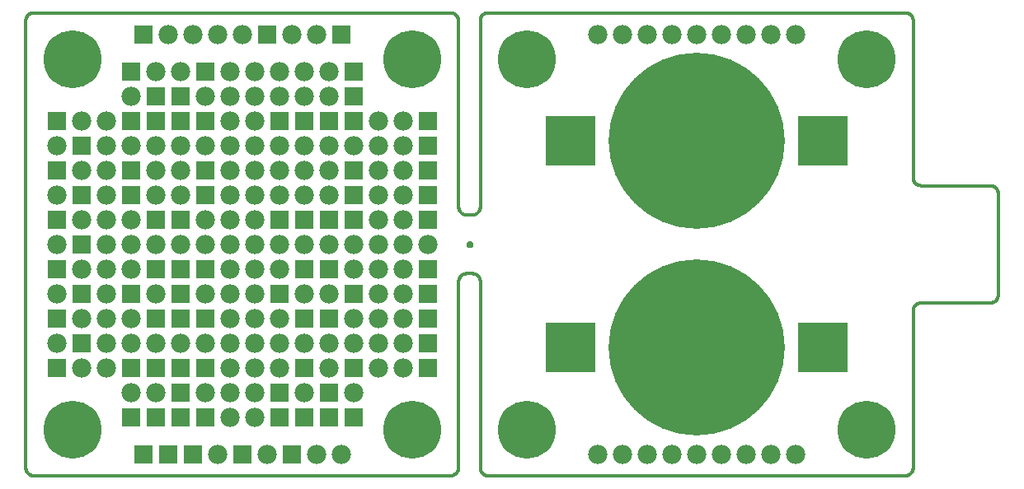
<source format=gbs>
G75*
%MOIN*%
%OFA0B0*%
%FSLAX25Y25*%
%IPPOS*%
%LPD*%
%AMOC8*
5,1,8,0,0,1.08239X$1,22.5*
%
%ADD10C,0.01200*%
%ADD11C,0.00000*%
%ADD12C,0.02762*%
%ADD13C,0.23400*%
%ADD14C,0.07800*%
%ADD15C,0.71266*%
%ADD16R,0.20400X0.20400*%
%ADD17R,0.07800X0.07800*%
D10*
X0004800Y0001600D02*
X0173400Y0001600D01*
X0173399Y0001601D02*
X0173517Y0001613D01*
X0173633Y0001630D01*
X0173749Y0001650D01*
X0173865Y0001674D01*
X0173979Y0001702D01*
X0174093Y0001733D01*
X0174205Y0001769D01*
X0174316Y0001808D01*
X0174426Y0001851D01*
X0174534Y0001898D01*
X0174641Y0001948D01*
X0174746Y0002002D01*
X0174849Y0002059D01*
X0174950Y0002119D01*
X0175049Y0002183D01*
X0175146Y0002250D01*
X0175240Y0002321D01*
X0175332Y0002394D01*
X0175422Y0002471D01*
X0175509Y0002550D01*
X0175593Y0002633D01*
X0175675Y0002718D01*
X0175753Y0002806D01*
X0175829Y0002896D01*
X0175901Y0002989D01*
X0175971Y0003084D01*
X0176037Y0003182D01*
X0176100Y0003281D01*
X0176159Y0003383D01*
X0176215Y0003487D01*
X0176268Y0003592D01*
X0176317Y0003699D01*
X0176363Y0003808D01*
X0176404Y0003918D01*
X0176442Y0004030D01*
X0176477Y0004142D01*
X0176507Y0004256D01*
X0176534Y0004371D01*
X0176557Y0004486D01*
X0176576Y0004603D01*
X0176591Y0004720D01*
X0176602Y0004837D01*
X0176609Y0004955D01*
X0176613Y0005072D01*
X0176612Y0005190D01*
X0176608Y0005308D01*
X0176599Y0005425D01*
X0176600Y0005425D02*
X0176600Y0080275D01*
X0176602Y0080387D01*
X0176608Y0080498D01*
X0176618Y0080609D01*
X0176631Y0080720D01*
X0176649Y0080831D01*
X0176670Y0080940D01*
X0176695Y0081049D01*
X0176724Y0081157D01*
X0176757Y0081264D01*
X0176793Y0081369D01*
X0176833Y0081474D01*
X0176877Y0081577D01*
X0176924Y0081678D01*
X0176975Y0081777D01*
X0177029Y0081875D01*
X0177086Y0081971D01*
X0177147Y0082064D01*
X0177211Y0082156D01*
X0177278Y0082245D01*
X0177349Y0082332D01*
X0177422Y0082416D01*
X0177498Y0082498D01*
X0177577Y0082577D01*
X0177659Y0082653D01*
X0177743Y0082726D01*
X0177830Y0082797D01*
X0177919Y0082864D01*
X0178011Y0082928D01*
X0178104Y0082989D01*
X0178200Y0083046D01*
X0178298Y0083100D01*
X0178397Y0083151D01*
X0178498Y0083198D01*
X0178601Y0083242D01*
X0178706Y0083282D01*
X0178811Y0083318D01*
X0178918Y0083351D01*
X0179026Y0083380D01*
X0179135Y0083405D01*
X0179244Y0083426D01*
X0179355Y0083444D01*
X0179466Y0083457D01*
X0179577Y0083467D01*
X0179688Y0083473D01*
X0179800Y0083475D01*
X0182150Y0083475D01*
X0179800Y0083475D02*
X0179725Y0083475D01*
X0182150Y0083475D02*
X0182262Y0083473D01*
X0182373Y0083467D01*
X0182484Y0083457D01*
X0182595Y0083444D01*
X0182706Y0083426D01*
X0182815Y0083405D01*
X0182924Y0083380D01*
X0183032Y0083351D01*
X0183139Y0083318D01*
X0183244Y0083282D01*
X0183349Y0083242D01*
X0183452Y0083198D01*
X0183553Y0083151D01*
X0183652Y0083100D01*
X0183750Y0083046D01*
X0183846Y0082989D01*
X0183939Y0082928D01*
X0184031Y0082864D01*
X0184120Y0082797D01*
X0184207Y0082726D01*
X0184291Y0082653D01*
X0184373Y0082577D01*
X0184452Y0082498D01*
X0184528Y0082416D01*
X0184601Y0082332D01*
X0184672Y0082245D01*
X0184739Y0082156D01*
X0184803Y0082064D01*
X0184864Y0081971D01*
X0184921Y0081875D01*
X0184975Y0081777D01*
X0185026Y0081678D01*
X0185073Y0081577D01*
X0185117Y0081474D01*
X0185157Y0081369D01*
X0185193Y0081264D01*
X0185226Y0081157D01*
X0185255Y0081049D01*
X0185280Y0080940D01*
X0185301Y0080831D01*
X0185319Y0080720D01*
X0185332Y0080609D01*
X0185342Y0080498D01*
X0185348Y0080387D01*
X0185350Y0080275D01*
X0185350Y0004800D01*
X0185352Y0004688D01*
X0185358Y0004577D01*
X0185368Y0004466D01*
X0185381Y0004355D01*
X0185399Y0004244D01*
X0185420Y0004135D01*
X0185445Y0004026D01*
X0185474Y0003918D01*
X0185507Y0003811D01*
X0185543Y0003706D01*
X0185583Y0003601D01*
X0185627Y0003498D01*
X0185674Y0003397D01*
X0185725Y0003298D01*
X0185779Y0003200D01*
X0185836Y0003104D01*
X0185897Y0003011D01*
X0185961Y0002919D01*
X0186028Y0002830D01*
X0186099Y0002743D01*
X0186172Y0002659D01*
X0186248Y0002577D01*
X0186327Y0002498D01*
X0186409Y0002422D01*
X0186493Y0002349D01*
X0186580Y0002278D01*
X0186669Y0002211D01*
X0186761Y0002147D01*
X0186854Y0002086D01*
X0186950Y0002029D01*
X0187048Y0001975D01*
X0187147Y0001924D01*
X0187248Y0001877D01*
X0187351Y0001833D01*
X0187456Y0001793D01*
X0187561Y0001757D01*
X0187668Y0001724D01*
X0187776Y0001695D01*
X0187885Y0001670D01*
X0187994Y0001649D01*
X0188105Y0001631D01*
X0188216Y0001618D01*
X0188327Y0001608D01*
X0188438Y0001602D01*
X0188550Y0001600D01*
X0357150Y0001600D01*
X0357262Y0001602D01*
X0357373Y0001608D01*
X0357484Y0001618D01*
X0357595Y0001631D01*
X0357706Y0001649D01*
X0357815Y0001670D01*
X0357924Y0001695D01*
X0358032Y0001724D01*
X0358139Y0001757D01*
X0358244Y0001793D01*
X0358349Y0001833D01*
X0358452Y0001877D01*
X0358553Y0001924D01*
X0358652Y0001975D01*
X0358750Y0002029D01*
X0358846Y0002086D01*
X0358939Y0002147D01*
X0359031Y0002211D01*
X0359120Y0002278D01*
X0359207Y0002349D01*
X0359291Y0002422D01*
X0359373Y0002498D01*
X0359452Y0002577D01*
X0359528Y0002659D01*
X0359601Y0002743D01*
X0359672Y0002830D01*
X0359739Y0002919D01*
X0359803Y0003011D01*
X0359864Y0003104D01*
X0359921Y0003200D01*
X0359975Y0003298D01*
X0360026Y0003397D01*
X0360073Y0003498D01*
X0360117Y0003601D01*
X0360157Y0003706D01*
X0360193Y0003811D01*
X0360226Y0003918D01*
X0360255Y0004026D01*
X0360280Y0004135D01*
X0360301Y0004244D01*
X0360319Y0004355D01*
X0360332Y0004466D01*
X0360342Y0004577D01*
X0360348Y0004688D01*
X0360350Y0004800D01*
X0360350Y0068400D01*
X0360352Y0068512D01*
X0360358Y0068623D01*
X0360368Y0068734D01*
X0360381Y0068845D01*
X0360399Y0068956D01*
X0360420Y0069065D01*
X0360445Y0069174D01*
X0360474Y0069282D01*
X0360507Y0069389D01*
X0360543Y0069494D01*
X0360583Y0069599D01*
X0360627Y0069702D01*
X0360674Y0069803D01*
X0360725Y0069902D01*
X0360779Y0070000D01*
X0360836Y0070096D01*
X0360897Y0070189D01*
X0360961Y0070281D01*
X0361028Y0070370D01*
X0361099Y0070457D01*
X0361172Y0070541D01*
X0361248Y0070623D01*
X0361327Y0070702D01*
X0361409Y0070778D01*
X0361493Y0070851D01*
X0361580Y0070922D01*
X0361669Y0070989D01*
X0361761Y0071053D01*
X0361854Y0071114D01*
X0361950Y0071171D01*
X0362048Y0071225D01*
X0362147Y0071276D01*
X0362248Y0071323D01*
X0362351Y0071367D01*
X0362456Y0071407D01*
X0362561Y0071443D01*
X0362668Y0071476D01*
X0362776Y0071505D01*
X0362885Y0071530D01*
X0362994Y0071551D01*
X0363105Y0071569D01*
X0363216Y0071582D01*
X0363327Y0071592D01*
X0363438Y0071598D01*
X0363550Y0071600D01*
X0391525Y0071600D01*
X0391637Y0071602D01*
X0391748Y0071608D01*
X0391859Y0071618D01*
X0391970Y0071631D01*
X0392081Y0071649D01*
X0392190Y0071670D01*
X0392299Y0071695D01*
X0392407Y0071724D01*
X0392514Y0071757D01*
X0392619Y0071793D01*
X0392724Y0071833D01*
X0392827Y0071877D01*
X0392928Y0071924D01*
X0393027Y0071975D01*
X0393125Y0072029D01*
X0393221Y0072086D01*
X0393314Y0072147D01*
X0393406Y0072211D01*
X0393495Y0072278D01*
X0393582Y0072349D01*
X0393666Y0072422D01*
X0393748Y0072498D01*
X0393827Y0072577D01*
X0393903Y0072659D01*
X0393976Y0072743D01*
X0394047Y0072830D01*
X0394114Y0072919D01*
X0394178Y0073011D01*
X0394239Y0073104D01*
X0394296Y0073200D01*
X0394350Y0073298D01*
X0394401Y0073397D01*
X0394448Y0073498D01*
X0394492Y0073601D01*
X0394532Y0073706D01*
X0394568Y0073811D01*
X0394601Y0073918D01*
X0394630Y0074026D01*
X0394655Y0074135D01*
X0394676Y0074244D01*
X0394694Y0074355D01*
X0394707Y0074466D01*
X0394717Y0074577D01*
X0394723Y0074688D01*
X0394725Y0074800D01*
X0394725Y0115900D01*
X0394723Y0116012D01*
X0394717Y0116123D01*
X0394707Y0116234D01*
X0394694Y0116345D01*
X0394676Y0116456D01*
X0394655Y0116565D01*
X0394630Y0116674D01*
X0394601Y0116782D01*
X0394568Y0116889D01*
X0394532Y0116994D01*
X0394492Y0117099D01*
X0394448Y0117202D01*
X0394401Y0117303D01*
X0394350Y0117402D01*
X0394296Y0117500D01*
X0394239Y0117596D01*
X0394178Y0117689D01*
X0394114Y0117781D01*
X0394047Y0117870D01*
X0393976Y0117957D01*
X0393903Y0118041D01*
X0393827Y0118123D01*
X0393748Y0118202D01*
X0393666Y0118278D01*
X0393582Y0118351D01*
X0393495Y0118422D01*
X0393406Y0118489D01*
X0393314Y0118553D01*
X0393221Y0118614D01*
X0393125Y0118671D01*
X0393027Y0118725D01*
X0392928Y0118776D01*
X0392827Y0118823D01*
X0392724Y0118867D01*
X0392619Y0118907D01*
X0392514Y0118943D01*
X0392407Y0118976D01*
X0392299Y0119005D01*
X0392190Y0119030D01*
X0392081Y0119051D01*
X0391970Y0119069D01*
X0391859Y0119082D01*
X0391748Y0119092D01*
X0391637Y0119098D01*
X0391525Y0119100D01*
X0363550Y0119100D01*
X0363438Y0119102D01*
X0363327Y0119108D01*
X0363216Y0119118D01*
X0363105Y0119131D01*
X0362994Y0119149D01*
X0362885Y0119170D01*
X0362776Y0119195D01*
X0362668Y0119224D01*
X0362561Y0119257D01*
X0362456Y0119293D01*
X0362351Y0119333D01*
X0362248Y0119377D01*
X0362147Y0119424D01*
X0362048Y0119475D01*
X0361950Y0119529D01*
X0361854Y0119586D01*
X0361761Y0119647D01*
X0361669Y0119711D01*
X0361580Y0119778D01*
X0361493Y0119849D01*
X0361409Y0119922D01*
X0361327Y0119998D01*
X0361248Y0120077D01*
X0361172Y0120159D01*
X0361099Y0120243D01*
X0361028Y0120330D01*
X0360961Y0120419D01*
X0360897Y0120511D01*
X0360836Y0120604D01*
X0360779Y0120700D01*
X0360725Y0120798D01*
X0360674Y0120897D01*
X0360627Y0120998D01*
X0360583Y0121101D01*
X0360543Y0121206D01*
X0360507Y0121311D01*
X0360474Y0121418D01*
X0360445Y0121526D01*
X0360420Y0121635D01*
X0360399Y0121744D01*
X0360381Y0121855D01*
X0360368Y0121966D01*
X0360358Y0122077D01*
X0360352Y0122188D01*
X0360350Y0122300D01*
X0360350Y0185900D01*
X0360348Y0186012D01*
X0360342Y0186123D01*
X0360332Y0186234D01*
X0360319Y0186345D01*
X0360301Y0186456D01*
X0360280Y0186565D01*
X0360255Y0186674D01*
X0360226Y0186782D01*
X0360193Y0186889D01*
X0360157Y0186994D01*
X0360117Y0187099D01*
X0360073Y0187202D01*
X0360026Y0187303D01*
X0359975Y0187402D01*
X0359921Y0187500D01*
X0359864Y0187596D01*
X0359803Y0187689D01*
X0359739Y0187781D01*
X0359672Y0187870D01*
X0359601Y0187957D01*
X0359528Y0188041D01*
X0359452Y0188123D01*
X0359373Y0188202D01*
X0359291Y0188278D01*
X0359207Y0188351D01*
X0359120Y0188422D01*
X0359031Y0188489D01*
X0358939Y0188553D01*
X0358846Y0188614D01*
X0358750Y0188671D01*
X0358652Y0188725D01*
X0358553Y0188776D01*
X0358452Y0188823D01*
X0358349Y0188867D01*
X0358244Y0188907D01*
X0358139Y0188943D01*
X0358032Y0188976D01*
X0357924Y0189005D01*
X0357815Y0189030D01*
X0357706Y0189051D01*
X0357595Y0189069D01*
X0357484Y0189082D01*
X0357373Y0189092D01*
X0357262Y0189098D01*
X0357150Y0189100D01*
X0188550Y0189100D01*
X0188438Y0189098D01*
X0188327Y0189092D01*
X0188216Y0189082D01*
X0188105Y0189069D01*
X0187994Y0189051D01*
X0187885Y0189030D01*
X0187776Y0189005D01*
X0187668Y0188976D01*
X0187561Y0188943D01*
X0187456Y0188907D01*
X0187351Y0188867D01*
X0187248Y0188823D01*
X0187147Y0188776D01*
X0187048Y0188725D01*
X0186950Y0188671D01*
X0186854Y0188614D01*
X0186761Y0188553D01*
X0186669Y0188489D01*
X0186580Y0188422D01*
X0186493Y0188351D01*
X0186409Y0188278D01*
X0186327Y0188202D01*
X0186248Y0188123D01*
X0186172Y0188041D01*
X0186099Y0187957D01*
X0186028Y0187870D01*
X0185961Y0187781D01*
X0185897Y0187689D01*
X0185836Y0187596D01*
X0185779Y0187500D01*
X0185725Y0187402D01*
X0185674Y0187303D01*
X0185627Y0187202D01*
X0185583Y0187099D01*
X0185543Y0186994D01*
X0185507Y0186889D01*
X0185474Y0186782D01*
X0185445Y0186674D01*
X0185420Y0186565D01*
X0185399Y0186456D01*
X0185381Y0186345D01*
X0185368Y0186234D01*
X0185358Y0186123D01*
X0185352Y0186012D01*
X0185350Y0185900D01*
X0185350Y0110425D01*
X0185348Y0110313D01*
X0185342Y0110202D01*
X0185332Y0110091D01*
X0185319Y0109980D01*
X0185301Y0109869D01*
X0185280Y0109760D01*
X0185255Y0109651D01*
X0185226Y0109543D01*
X0185193Y0109436D01*
X0185157Y0109331D01*
X0185117Y0109226D01*
X0185073Y0109123D01*
X0185026Y0109022D01*
X0184975Y0108923D01*
X0184921Y0108825D01*
X0184864Y0108729D01*
X0184803Y0108636D01*
X0184739Y0108544D01*
X0184672Y0108455D01*
X0184601Y0108368D01*
X0184528Y0108284D01*
X0184452Y0108202D01*
X0184373Y0108123D01*
X0184291Y0108047D01*
X0184207Y0107974D01*
X0184120Y0107903D01*
X0184031Y0107836D01*
X0183939Y0107772D01*
X0183846Y0107711D01*
X0183750Y0107654D01*
X0183652Y0107600D01*
X0183553Y0107549D01*
X0183452Y0107502D01*
X0183349Y0107458D01*
X0183244Y0107418D01*
X0183139Y0107382D01*
X0183032Y0107349D01*
X0182924Y0107320D01*
X0182815Y0107295D01*
X0182706Y0107274D01*
X0182595Y0107256D01*
X0182484Y0107243D01*
X0182373Y0107233D01*
X0182262Y0107227D01*
X0182150Y0107225D01*
X0179800Y0107225D01*
X0179688Y0107227D01*
X0179577Y0107233D01*
X0179466Y0107243D01*
X0179355Y0107256D01*
X0179244Y0107274D01*
X0179135Y0107295D01*
X0179026Y0107320D01*
X0178918Y0107349D01*
X0178811Y0107382D01*
X0178706Y0107418D01*
X0178601Y0107458D01*
X0178498Y0107502D01*
X0178397Y0107549D01*
X0178298Y0107600D01*
X0178200Y0107654D01*
X0178104Y0107711D01*
X0178011Y0107772D01*
X0177919Y0107836D01*
X0177830Y0107903D01*
X0177743Y0107974D01*
X0177659Y0108047D01*
X0177577Y0108123D01*
X0177498Y0108202D01*
X0177422Y0108284D01*
X0177349Y0108368D01*
X0177278Y0108455D01*
X0177211Y0108544D01*
X0177147Y0108636D01*
X0177086Y0108729D01*
X0177029Y0108825D01*
X0176975Y0108923D01*
X0176924Y0109022D01*
X0176877Y0109123D01*
X0176833Y0109226D01*
X0176793Y0109331D01*
X0176757Y0109436D01*
X0176724Y0109543D01*
X0176695Y0109651D01*
X0176670Y0109760D01*
X0176649Y0109869D01*
X0176631Y0109980D01*
X0176618Y0110091D01*
X0176608Y0110202D01*
X0176602Y0110313D01*
X0176600Y0110425D01*
X0176600Y0185275D01*
X0176599Y0185275D02*
X0176608Y0185392D01*
X0176612Y0185510D01*
X0176613Y0185628D01*
X0176609Y0185745D01*
X0176602Y0185863D01*
X0176591Y0185980D01*
X0176576Y0186097D01*
X0176557Y0186214D01*
X0176534Y0186329D01*
X0176507Y0186444D01*
X0176477Y0186558D01*
X0176442Y0186670D01*
X0176404Y0186782D01*
X0176363Y0186892D01*
X0176317Y0187001D01*
X0176268Y0187108D01*
X0176215Y0187213D01*
X0176159Y0187317D01*
X0176100Y0187419D01*
X0176037Y0187518D01*
X0175971Y0187616D01*
X0175901Y0187711D01*
X0175829Y0187804D01*
X0175753Y0187894D01*
X0175675Y0187982D01*
X0175593Y0188067D01*
X0175509Y0188150D01*
X0175422Y0188229D01*
X0175332Y0188306D01*
X0175240Y0188379D01*
X0175146Y0188450D01*
X0175049Y0188517D01*
X0174950Y0188581D01*
X0174849Y0188641D01*
X0174746Y0188698D01*
X0174641Y0188752D01*
X0174534Y0188802D01*
X0174426Y0188849D01*
X0174316Y0188892D01*
X0174205Y0188931D01*
X0174093Y0188967D01*
X0173979Y0188998D01*
X0173865Y0189026D01*
X0173749Y0189050D01*
X0173633Y0189070D01*
X0173517Y0189087D01*
X0173399Y0189099D01*
X0173400Y0189100D02*
X0009800Y0189100D01*
X0009725Y0189100D02*
X0004800Y0189100D01*
X0004688Y0189098D01*
X0004577Y0189092D01*
X0004466Y0189082D01*
X0004355Y0189069D01*
X0004244Y0189051D01*
X0004135Y0189030D01*
X0004026Y0189005D01*
X0003918Y0188976D01*
X0003811Y0188943D01*
X0003706Y0188907D01*
X0003601Y0188867D01*
X0003498Y0188823D01*
X0003397Y0188776D01*
X0003298Y0188725D01*
X0003200Y0188671D01*
X0003104Y0188614D01*
X0003011Y0188553D01*
X0002919Y0188489D01*
X0002830Y0188422D01*
X0002743Y0188351D01*
X0002659Y0188278D01*
X0002577Y0188202D01*
X0002498Y0188123D01*
X0002422Y0188041D01*
X0002349Y0187957D01*
X0002278Y0187870D01*
X0002211Y0187781D01*
X0002147Y0187689D01*
X0002086Y0187596D01*
X0002029Y0187500D01*
X0001975Y0187402D01*
X0001924Y0187303D01*
X0001877Y0187202D01*
X0001833Y0187099D01*
X0001793Y0186994D01*
X0001757Y0186889D01*
X0001724Y0186782D01*
X0001695Y0186674D01*
X0001670Y0186565D01*
X0001649Y0186456D01*
X0001631Y0186345D01*
X0001618Y0186234D01*
X0001608Y0186123D01*
X0001602Y0186012D01*
X0001600Y0185900D01*
X0001600Y0004800D01*
X0001602Y0004688D01*
X0001608Y0004577D01*
X0001618Y0004466D01*
X0001631Y0004355D01*
X0001649Y0004244D01*
X0001670Y0004135D01*
X0001695Y0004026D01*
X0001724Y0003918D01*
X0001757Y0003811D01*
X0001793Y0003706D01*
X0001833Y0003601D01*
X0001877Y0003498D01*
X0001924Y0003397D01*
X0001975Y0003298D01*
X0002029Y0003200D01*
X0002086Y0003104D01*
X0002147Y0003011D01*
X0002211Y0002919D01*
X0002278Y0002830D01*
X0002349Y0002743D01*
X0002422Y0002659D01*
X0002498Y0002577D01*
X0002577Y0002498D01*
X0002659Y0002422D01*
X0002743Y0002349D01*
X0002830Y0002278D01*
X0002919Y0002211D01*
X0003011Y0002147D01*
X0003104Y0002086D01*
X0003200Y0002029D01*
X0003298Y0001975D01*
X0003397Y0001924D01*
X0003498Y0001877D01*
X0003601Y0001833D01*
X0003706Y0001793D01*
X0003811Y0001757D01*
X0003918Y0001724D01*
X0004026Y0001695D01*
X0004135Y0001670D01*
X0004244Y0001649D01*
X0004355Y0001631D01*
X0004466Y0001618D01*
X0004577Y0001608D01*
X0004688Y0001602D01*
X0004800Y0001600D01*
D11*
X0179794Y0095350D02*
X0179796Y0095419D01*
X0179802Y0095487D01*
X0179812Y0095555D01*
X0179826Y0095622D01*
X0179844Y0095689D01*
X0179865Y0095754D01*
X0179891Y0095818D01*
X0179920Y0095880D01*
X0179952Y0095940D01*
X0179988Y0095999D01*
X0180028Y0096055D01*
X0180070Y0096109D01*
X0180116Y0096160D01*
X0180165Y0096209D01*
X0180216Y0096255D01*
X0180270Y0096297D01*
X0180326Y0096337D01*
X0180384Y0096373D01*
X0180445Y0096405D01*
X0180507Y0096434D01*
X0180571Y0096460D01*
X0180636Y0096481D01*
X0180703Y0096499D01*
X0180770Y0096513D01*
X0180838Y0096523D01*
X0180906Y0096529D01*
X0180975Y0096531D01*
X0181044Y0096529D01*
X0181112Y0096523D01*
X0181180Y0096513D01*
X0181247Y0096499D01*
X0181314Y0096481D01*
X0181379Y0096460D01*
X0181443Y0096434D01*
X0181505Y0096405D01*
X0181565Y0096373D01*
X0181624Y0096337D01*
X0181680Y0096297D01*
X0181734Y0096255D01*
X0181785Y0096209D01*
X0181834Y0096160D01*
X0181880Y0096109D01*
X0181922Y0096055D01*
X0181962Y0095999D01*
X0181998Y0095940D01*
X0182030Y0095880D01*
X0182059Y0095818D01*
X0182085Y0095754D01*
X0182106Y0095689D01*
X0182124Y0095622D01*
X0182138Y0095555D01*
X0182148Y0095487D01*
X0182154Y0095419D01*
X0182156Y0095350D01*
X0182154Y0095281D01*
X0182148Y0095213D01*
X0182138Y0095145D01*
X0182124Y0095078D01*
X0182106Y0095011D01*
X0182085Y0094946D01*
X0182059Y0094882D01*
X0182030Y0094820D01*
X0181998Y0094759D01*
X0181962Y0094701D01*
X0181922Y0094645D01*
X0181880Y0094591D01*
X0181834Y0094540D01*
X0181785Y0094491D01*
X0181734Y0094445D01*
X0181680Y0094403D01*
X0181624Y0094363D01*
X0181566Y0094327D01*
X0181505Y0094295D01*
X0181443Y0094266D01*
X0181379Y0094240D01*
X0181314Y0094219D01*
X0181247Y0094201D01*
X0181180Y0094187D01*
X0181112Y0094177D01*
X0181044Y0094171D01*
X0180975Y0094169D01*
X0180906Y0094171D01*
X0180838Y0094177D01*
X0180770Y0094187D01*
X0180703Y0094201D01*
X0180636Y0094219D01*
X0180571Y0094240D01*
X0180507Y0094266D01*
X0180445Y0094295D01*
X0180384Y0094327D01*
X0180326Y0094363D01*
X0180270Y0094403D01*
X0180216Y0094445D01*
X0180165Y0094491D01*
X0180116Y0094540D01*
X0180070Y0094591D01*
X0180028Y0094645D01*
X0179988Y0094701D01*
X0179952Y0094759D01*
X0179920Y0094820D01*
X0179891Y0094882D01*
X0179865Y0094946D01*
X0179844Y0095011D01*
X0179826Y0095078D01*
X0179812Y0095145D01*
X0179802Y0095213D01*
X0179796Y0095281D01*
X0179794Y0095350D01*
D12*
X0180975Y0095350D03*
D13*
X0157850Y0170350D03*
X0204100Y0170350D03*
X0341600Y0170350D03*
X0341600Y0020350D03*
X0204100Y0020350D03*
X0157850Y0020350D03*
X0020350Y0020350D03*
X0020350Y0170350D03*
D14*
X0044100Y0155350D03*
X0034100Y0145350D03*
X0024100Y0145350D03*
X0014100Y0135350D03*
X0024100Y0125350D03*
X0034100Y0125350D03*
X0034100Y0115350D03*
X0034100Y0105350D03*
X0024100Y0105350D03*
X0014100Y0095350D03*
X0034100Y0095350D03*
X0044100Y0095350D03*
X0054100Y0095350D03*
X0064100Y0095350D03*
X0074100Y0095350D03*
X0084100Y0095350D03*
X0094100Y0095350D03*
X0104100Y0095350D03*
X0114100Y0095350D03*
X0124100Y0095350D03*
X0134100Y0095350D03*
X0144100Y0095350D03*
X0154100Y0095350D03*
X0164100Y0095350D03*
X0154100Y0105350D03*
X0144100Y0105350D03*
X0144100Y0115350D03*
X0154100Y0115350D03*
X0154100Y0125350D03*
X0144100Y0125350D03*
X0144100Y0135350D03*
X0154100Y0135350D03*
X0134100Y0135350D03*
X0124100Y0135350D03*
X0114100Y0135350D03*
X0104100Y0135350D03*
X0094100Y0135350D03*
X0084100Y0135350D03*
X0074100Y0135350D03*
X0064100Y0135350D03*
X0054100Y0135350D03*
X0044100Y0135350D03*
X0034100Y0135350D03*
X0054100Y0125350D03*
X0064100Y0125350D03*
X0064100Y0115350D03*
X0054100Y0115350D03*
X0044100Y0105350D03*
X0074100Y0105350D03*
X0084100Y0105350D03*
X0094100Y0105350D03*
X0094100Y0115350D03*
X0084100Y0115350D03*
X0084100Y0125350D03*
X0094100Y0125350D03*
X0104100Y0125350D03*
X0114100Y0125350D03*
X0124100Y0125350D03*
X0124100Y0115350D03*
X0114100Y0115350D03*
X0104100Y0115350D03*
X0104100Y0085350D03*
X0094100Y0085350D03*
X0084100Y0085350D03*
X0084100Y0075350D03*
X0094100Y0075350D03*
X0094100Y0065350D03*
X0084100Y0065350D03*
X0084100Y0055350D03*
X0094100Y0055350D03*
X0104100Y0055350D03*
X0114100Y0055350D03*
X0124100Y0055350D03*
X0134100Y0055350D03*
X0144100Y0055350D03*
X0154100Y0055350D03*
X0154100Y0065350D03*
X0144100Y0065350D03*
X0134100Y0065350D03*
X0124100Y0075350D03*
X0114100Y0075350D03*
X0104100Y0065350D03*
X0074100Y0055350D03*
X0064100Y0055350D03*
X0054100Y0055350D03*
X0044100Y0055350D03*
X0034100Y0055350D03*
X0034100Y0065350D03*
X0024100Y0065350D03*
X0014100Y0055350D03*
X0024100Y0045350D03*
X0034100Y0045350D03*
X0044100Y0035350D03*
X0054100Y0035350D03*
X0074100Y0035350D03*
X0084100Y0035350D03*
X0094100Y0035350D03*
X0094100Y0025350D03*
X0084100Y0025350D03*
X0114100Y0035350D03*
X0104100Y0045350D03*
X0094100Y0045350D03*
X0084100Y0045350D03*
X0124100Y0045350D03*
X0134100Y0035350D03*
X0144100Y0045350D03*
X0154100Y0045350D03*
X0154100Y0075350D03*
X0144100Y0075350D03*
X0144100Y0085350D03*
X0154100Y0085350D03*
X0134100Y0085350D03*
X0074100Y0075350D03*
X0054100Y0075350D03*
X0044100Y0065350D03*
X0034100Y0075350D03*
X0034100Y0085350D03*
X0024100Y0085350D03*
X0014100Y0075350D03*
X0044100Y0085350D03*
X0014100Y0115350D03*
X0084100Y0145350D03*
X0094100Y0145350D03*
X0094100Y0155350D03*
X0084100Y0155350D03*
X0074100Y0155350D03*
X0064100Y0165350D03*
X0054100Y0165350D03*
X0059100Y0180350D03*
X0069100Y0180350D03*
X0079100Y0180350D03*
X0089100Y0180350D03*
X0109100Y0180350D03*
X0119100Y0180350D03*
X0114100Y0165350D03*
X0104100Y0165350D03*
X0094100Y0165350D03*
X0084100Y0165350D03*
X0104100Y0155350D03*
X0114100Y0155350D03*
X0124100Y0155350D03*
X0124100Y0165350D03*
X0144100Y0145350D03*
X0154100Y0145350D03*
X0232850Y0180350D03*
X0242850Y0180350D03*
X0252850Y0180350D03*
X0262850Y0180350D03*
X0272850Y0180350D03*
X0282850Y0180350D03*
X0292850Y0180350D03*
X0302850Y0180350D03*
X0312850Y0180350D03*
X0312850Y0010350D03*
X0302850Y0010350D03*
X0292850Y0010350D03*
X0282850Y0010350D03*
X0272850Y0010350D03*
X0262850Y0010350D03*
X0252850Y0010350D03*
X0242850Y0010350D03*
X0232850Y0010350D03*
X0129100Y0010350D03*
X0119100Y0010350D03*
X0099100Y0010350D03*
X0079100Y0010350D03*
D15*
X0272800Y0053475D03*
X0272850Y0137225D03*
D16*
X0221850Y0137225D03*
X0323850Y0137225D03*
X0323800Y0053475D03*
X0221800Y0053475D03*
D17*
X0164100Y0055350D03*
X0164100Y0065350D03*
X0164100Y0075350D03*
X0164100Y0085350D03*
X0134100Y0075350D03*
X0124100Y0065350D03*
X0114100Y0065350D03*
X0104100Y0075350D03*
X0114100Y0085350D03*
X0124100Y0085350D03*
X0124100Y0105350D03*
X0134100Y0105350D03*
X0134100Y0115350D03*
X0134100Y0125350D03*
X0164100Y0125350D03*
X0164100Y0115350D03*
X0164100Y0105350D03*
X0114100Y0105350D03*
X0104100Y0105350D03*
X0074100Y0115350D03*
X0074100Y0125350D03*
X0044100Y0125350D03*
X0044100Y0115350D03*
X0054100Y0105350D03*
X0064100Y0105350D03*
X0024100Y0095350D03*
X0014100Y0105350D03*
X0024100Y0115350D03*
X0014100Y0125350D03*
X0024100Y0135350D03*
X0014100Y0145350D03*
X0044100Y0145350D03*
X0054100Y0145350D03*
X0064100Y0145350D03*
X0074100Y0145350D03*
X0064100Y0155350D03*
X0054100Y0155350D03*
X0044100Y0165350D03*
X0074100Y0165350D03*
X0049100Y0180350D03*
X0099100Y0180350D03*
X0129100Y0180350D03*
X0134100Y0165350D03*
X0134100Y0155350D03*
X0134100Y0145350D03*
X0124100Y0145350D03*
X0114100Y0145350D03*
X0104100Y0145350D03*
X0164100Y0145350D03*
X0164100Y0135350D03*
X0074100Y0085350D03*
X0064100Y0085350D03*
X0054100Y0085350D03*
X0044100Y0075350D03*
X0054100Y0065350D03*
X0064100Y0065350D03*
X0074100Y0065350D03*
X0064100Y0075350D03*
X0024100Y0075350D03*
X0014100Y0065350D03*
X0024100Y0055350D03*
X0014100Y0045350D03*
X0044100Y0045350D03*
X0054100Y0045350D03*
X0064100Y0045350D03*
X0074100Y0045350D03*
X0064100Y0035350D03*
X0064100Y0025350D03*
X0074100Y0025350D03*
X0054100Y0025350D03*
X0044100Y0025350D03*
X0049100Y0010350D03*
X0059100Y0010350D03*
X0069100Y0010350D03*
X0089100Y0010350D03*
X0109100Y0010350D03*
X0104100Y0025350D03*
X0114100Y0025350D03*
X0124100Y0025350D03*
X0134100Y0025350D03*
X0124100Y0035350D03*
X0114100Y0045350D03*
X0104100Y0035350D03*
X0134100Y0045350D03*
X0164100Y0045350D03*
X0014100Y0085350D03*
M02*

</source>
